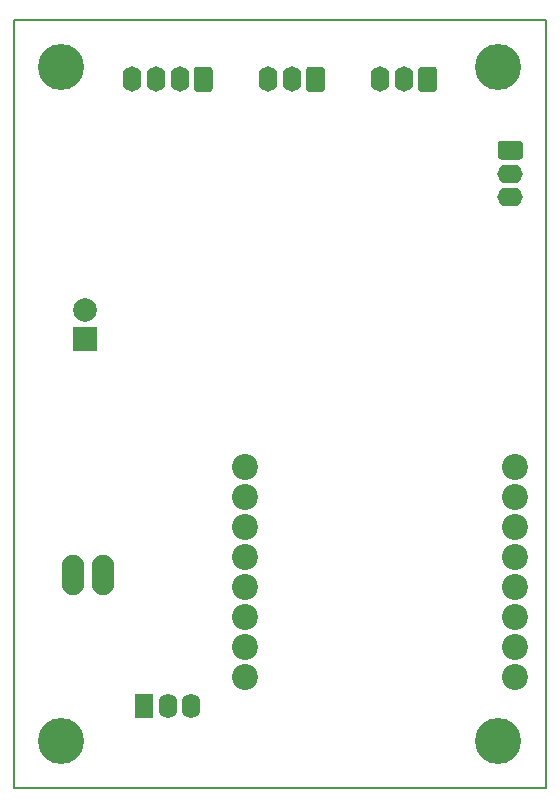
<source format=gbr>
%TF.GenerationSoftware,KiCad,Pcbnew,5.0.0*%
%TF.CreationDate,2018-10-12T22:56:55+01:00*%
%TF.ProjectId,ESP8266_home_battery_controller,455350383236365F686F6D655F626174,rev?*%
%TF.SameCoordinates,Original*%
%TF.FileFunction,Soldermask,Bot*%
%TF.FilePolarity,Negative*%
%FSLAX46Y46*%
G04 Gerber Fmt 4.6, Leading zero omitted, Abs format (unit mm)*
G04 Created by KiCad (PCBNEW 5.0.0) date Fri Oct 12 22:56:55 2018*
%MOMM*%
%LPD*%
G01*
G04 APERTURE LIST*
%ADD10C,0.150000*%
%ADD11O,1.600000X2.150000*%
%ADD12C,0.100000*%
%ADD13C,1.600000*%
%ADD14C,2.200000*%
%ADD15C,2.000000*%
%ADD16R,2.000000X2.000000*%
%ADD17O,1.910000X3.410000*%
%ADD18R,1.600000X2.100000*%
%ADD19O,1.600000X2.100000*%
%ADD20C,3.900000*%
%ADD21O,2.150000X1.600000*%
G04 APERTURE END LIST*
D10*
X150000000Y-55000000D02*
X195000000Y-55000000D01*
X150000000Y-120000000D02*
X150000000Y-55000000D01*
X195000000Y-120000000D02*
X150000000Y-120000000D01*
X195000000Y-55000000D02*
X195000000Y-120000000D01*
D11*
X181000000Y-60000000D03*
X183000000Y-60000000D03*
D12*
G36*
X185499340Y-58926605D02*
X185531698Y-58931405D01*
X185563429Y-58939353D01*
X185594229Y-58950373D01*
X185623800Y-58964359D01*
X185651857Y-58981177D01*
X185678132Y-59000663D01*
X185702369Y-59022631D01*
X185724337Y-59046868D01*
X185743823Y-59073143D01*
X185760641Y-59101200D01*
X185774627Y-59130771D01*
X185785647Y-59161571D01*
X185793595Y-59193302D01*
X185798395Y-59225660D01*
X185800000Y-59258332D01*
X185800000Y-60741668D01*
X185798395Y-60774340D01*
X185793595Y-60806698D01*
X185785647Y-60838429D01*
X185774627Y-60869229D01*
X185760641Y-60898800D01*
X185743823Y-60926857D01*
X185724337Y-60953132D01*
X185702369Y-60977369D01*
X185678132Y-60999337D01*
X185651857Y-61018823D01*
X185623800Y-61035641D01*
X185594229Y-61049627D01*
X185563429Y-61060647D01*
X185531698Y-61068595D01*
X185499340Y-61073395D01*
X185466668Y-61075000D01*
X184533332Y-61075000D01*
X184500660Y-61073395D01*
X184468302Y-61068595D01*
X184436571Y-61060647D01*
X184405771Y-61049627D01*
X184376200Y-61035641D01*
X184348143Y-61018823D01*
X184321868Y-60999337D01*
X184297631Y-60977369D01*
X184275663Y-60953132D01*
X184256177Y-60926857D01*
X184239359Y-60898800D01*
X184225373Y-60869229D01*
X184214353Y-60838429D01*
X184206405Y-60806698D01*
X184201605Y-60774340D01*
X184200000Y-60741668D01*
X184200000Y-59258332D01*
X184201605Y-59225660D01*
X184206405Y-59193302D01*
X184214353Y-59161571D01*
X184225373Y-59130771D01*
X184239359Y-59101200D01*
X184256177Y-59073143D01*
X184275663Y-59046868D01*
X184297631Y-59022631D01*
X184321868Y-59000663D01*
X184348143Y-58981177D01*
X184376200Y-58964359D01*
X184405771Y-58950373D01*
X184436571Y-58939353D01*
X184468302Y-58931405D01*
X184500660Y-58926605D01*
X184533332Y-58925000D01*
X185466668Y-58925000D01*
X185499340Y-58926605D01*
X185499340Y-58926605D01*
G37*
D13*
X185000000Y-60000000D03*
D11*
X171500000Y-60000000D03*
X173500000Y-60000000D03*
D12*
G36*
X175999340Y-58926605D02*
X176031698Y-58931405D01*
X176063429Y-58939353D01*
X176094229Y-58950373D01*
X176123800Y-58964359D01*
X176151857Y-58981177D01*
X176178132Y-59000663D01*
X176202369Y-59022631D01*
X176224337Y-59046868D01*
X176243823Y-59073143D01*
X176260641Y-59101200D01*
X176274627Y-59130771D01*
X176285647Y-59161571D01*
X176293595Y-59193302D01*
X176298395Y-59225660D01*
X176300000Y-59258332D01*
X176300000Y-60741668D01*
X176298395Y-60774340D01*
X176293595Y-60806698D01*
X176285647Y-60838429D01*
X176274627Y-60869229D01*
X176260641Y-60898800D01*
X176243823Y-60926857D01*
X176224337Y-60953132D01*
X176202369Y-60977369D01*
X176178132Y-60999337D01*
X176151857Y-61018823D01*
X176123800Y-61035641D01*
X176094229Y-61049627D01*
X176063429Y-61060647D01*
X176031698Y-61068595D01*
X175999340Y-61073395D01*
X175966668Y-61075000D01*
X175033332Y-61075000D01*
X175000660Y-61073395D01*
X174968302Y-61068595D01*
X174936571Y-61060647D01*
X174905771Y-61049627D01*
X174876200Y-61035641D01*
X174848143Y-61018823D01*
X174821868Y-60999337D01*
X174797631Y-60977369D01*
X174775663Y-60953132D01*
X174756177Y-60926857D01*
X174739359Y-60898800D01*
X174725373Y-60869229D01*
X174714353Y-60838429D01*
X174706405Y-60806698D01*
X174701605Y-60774340D01*
X174700000Y-60741668D01*
X174700000Y-59258332D01*
X174701605Y-59225660D01*
X174706405Y-59193302D01*
X174714353Y-59161571D01*
X174725373Y-59130771D01*
X174739359Y-59101200D01*
X174756177Y-59073143D01*
X174775663Y-59046868D01*
X174797631Y-59022631D01*
X174821868Y-59000663D01*
X174848143Y-58981177D01*
X174876200Y-58964359D01*
X174905771Y-58950373D01*
X174936571Y-58939353D01*
X174968302Y-58931405D01*
X175000660Y-58926605D01*
X175033332Y-58925000D01*
X175966668Y-58925000D01*
X175999340Y-58926605D01*
X175999340Y-58926605D01*
G37*
D13*
X175500000Y-60000000D03*
D11*
X160000000Y-60000000D03*
X162000000Y-60000000D03*
X164000000Y-60000000D03*
D12*
G36*
X166499340Y-58926605D02*
X166531698Y-58931405D01*
X166563429Y-58939353D01*
X166594229Y-58950373D01*
X166623800Y-58964359D01*
X166651857Y-58981177D01*
X166678132Y-59000663D01*
X166702369Y-59022631D01*
X166724337Y-59046868D01*
X166743823Y-59073143D01*
X166760641Y-59101200D01*
X166774627Y-59130771D01*
X166785647Y-59161571D01*
X166793595Y-59193302D01*
X166798395Y-59225660D01*
X166800000Y-59258332D01*
X166800000Y-60741668D01*
X166798395Y-60774340D01*
X166793595Y-60806698D01*
X166785647Y-60838429D01*
X166774627Y-60869229D01*
X166760641Y-60898800D01*
X166743823Y-60926857D01*
X166724337Y-60953132D01*
X166702369Y-60977369D01*
X166678132Y-60999337D01*
X166651857Y-61018823D01*
X166623800Y-61035641D01*
X166594229Y-61049627D01*
X166563429Y-61060647D01*
X166531698Y-61068595D01*
X166499340Y-61073395D01*
X166466668Y-61075000D01*
X165533332Y-61075000D01*
X165500660Y-61073395D01*
X165468302Y-61068595D01*
X165436571Y-61060647D01*
X165405771Y-61049627D01*
X165376200Y-61035641D01*
X165348143Y-61018823D01*
X165321868Y-60999337D01*
X165297631Y-60977369D01*
X165275663Y-60953132D01*
X165256177Y-60926857D01*
X165239359Y-60898800D01*
X165225373Y-60869229D01*
X165214353Y-60838429D01*
X165206405Y-60806698D01*
X165201605Y-60774340D01*
X165200000Y-60741668D01*
X165200000Y-59258332D01*
X165201605Y-59225660D01*
X165206405Y-59193302D01*
X165214353Y-59161571D01*
X165225373Y-59130771D01*
X165239359Y-59101200D01*
X165256177Y-59073143D01*
X165275663Y-59046868D01*
X165297631Y-59022631D01*
X165321868Y-59000663D01*
X165348143Y-58981177D01*
X165376200Y-58964359D01*
X165405771Y-58950373D01*
X165436571Y-58939353D01*
X165468302Y-58931405D01*
X165500660Y-58926605D01*
X165533332Y-58925000D01*
X166466668Y-58925000D01*
X166499340Y-58926605D01*
X166499340Y-58926605D01*
G37*
D13*
X166000000Y-60000000D03*
D14*
X169570000Y-92840000D03*
X169570000Y-95380000D03*
X169570000Y-97920000D03*
X169570000Y-100460000D03*
X169570000Y-103000000D03*
X169570000Y-105540000D03*
X169570000Y-108080000D03*
X169570000Y-110620000D03*
X192430000Y-110620000D03*
X192430000Y-108080000D03*
X192430000Y-105540000D03*
X192430000Y-103000000D03*
X192430000Y-100460000D03*
X192430000Y-97920000D03*
X192430000Y-95380000D03*
X192430000Y-92840000D03*
D15*
X156000000Y-79500000D03*
D16*
X156000000Y-82000000D03*
D17*
X155000000Y-102000000D03*
X157540000Y-102000000D03*
D18*
X161000000Y-113030000D03*
D19*
X163000000Y-113030000D03*
X165000000Y-113030000D03*
D20*
X154000000Y-59000000D03*
X191000000Y-59000000D03*
X191000000Y-116000000D03*
X154000000Y-116000000D03*
D12*
G36*
X192774340Y-65201605D02*
X192806698Y-65206405D01*
X192838429Y-65214353D01*
X192869229Y-65225373D01*
X192898800Y-65239359D01*
X192926857Y-65256177D01*
X192953132Y-65275663D01*
X192977369Y-65297631D01*
X192999337Y-65321868D01*
X193018823Y-65348143D01*
X193035641Y-65376200D01*
X193049627Y-65405771D01*
X193060647Y-65436571D01*
X193068595Y-65468302D01*
X193073395Y-65500660D01*
X193075000Y-65533332D01*
X193075000Y-66466668D01*
X193073395Y-66499340D01*
X193068595Y-66531698D01*
X193060647Y-66563429D01*
X193049627Y-66594229D01*
X193035641Y-66623800D01*
X193018823Y-66651857D01*
X192999337Y-66678132D01*
X192977369Y-66702369D01*
X192953132Y-66724337D01*
X192926857Y-66743823D01*
X192898800Y-66760641D01*
X192869229Y-66774627D01*
X192838429Y-66785647D01*
X192806698Y-66793595D01*
X192774340Y-66798395D01*
X192741668Y-66800000D01*
X191258332Y-66800000D01*
X191225660Y-66798395D01*
X191193302Y-66793595D01*
X191161571Y-66785647D01*
X191130771Y-66774627D01*
X191101200Y-66760641D01*
X191073143Y-66743823D01*
X191046868Y-66724337D01*
X191022631Y-66702369D01*
X191000663Y-66678132D01*
X190981177Y-66651857D01*
X190964359Y-66623800D01*
X190950373Y-66594229D01*
X190939353Y-66563429D01*
X190931405Y-66531698D01*
X190926605Y-66499340D01*
X190925000Y-66466668D01*
X190925000Y-65533332D01*
X190926605Y-65500660D01*
X190931405Y-65468302D01*
X190939353Y-65436571D01*
X190950373Y-65405771D01*
X190964359Y-65376200D01*
X190981177Y-65348143D01*
X191000663Y-65321868D01*
X191022631Y-65297631D01*
X191046868Y-65275663D01*
X191073143Y-65256177D01*
X191101200Y-65239359D01*
X191130771Y-65225373D01*
X191161571Y-65214353D01*
X191193302Y-65206405D01*
X191225660Y-65201605D01*
X191258332Y-65200000D01*
X192741668Y-65200000D01*
X192774340Y-65201605D01*
X192774340Y-65201605D01*
G37*
D13*
X192000000Y-66000000D03*
D21*
X192000000Y-68000000D03*
X192000000Y-70000000D03*
M02*

</source>
